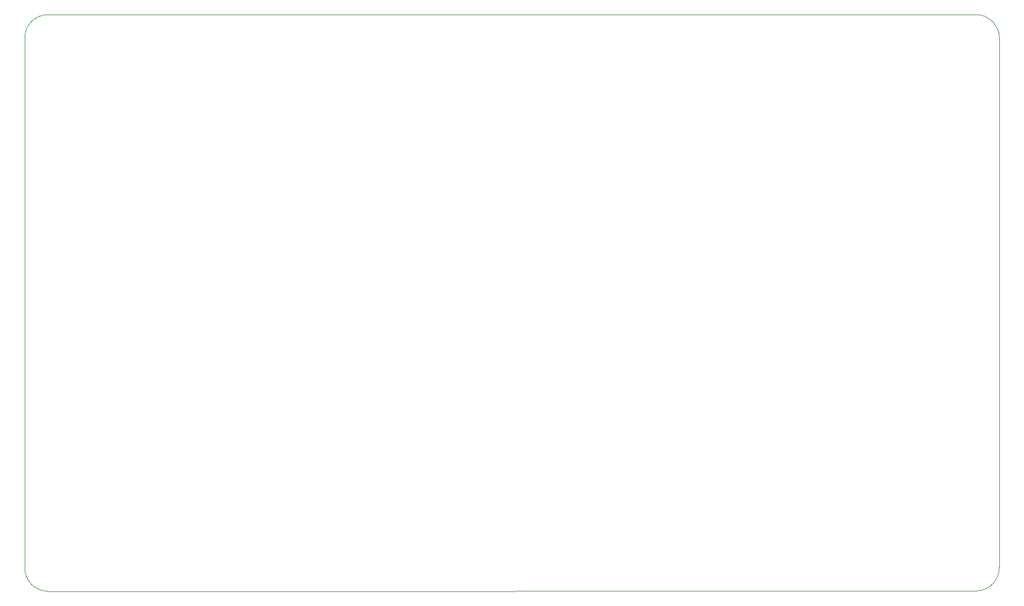
<source format=gbr>
%TF.GenerationSoftware,KiCad,Pcbnew,7.0.4-40-g0180cb380f*%
%TF.CreationDate,2023-06-12T22:45:27+02:00*%
%TF.ProjectId,New Business Card,4e657720-4275-4736-996e-657373204361,rev?*%
%TF.SameCoordinates,Original*%
%TF.FileFunction,Profile,NP*%
%FSLAX46Y46*%
G04 Gerber Fmt 4.6, Leading zero omitted, Abs format (unit mm)*
G04 Created by KiCad (PCBNEW 7.0.4-40-g0180cb380f) date 2023-06-12 22:45:27*
%MOMM*%
%LPD*%
G01*
G04 APERTURE LIST*
%TA.AperFunction,Profile*%
%ADD10C,0.100000*%
%TD*%
G04 APERTURE END LIST*
D10*
X76500000Y-120000000D02*
G75*
G03*
X80000000Y-123500000I3500000J0D01*
G01*
X223499608Y-39887109D02*
X223449654Y-119888721D01*
X220100000Y-123449999D02*
G75*
G03*
X223449654Y-119888721I-100000J3449999D01*
G01*
X220100000Y-123450000D02*
X80000000Y-123500000D01*
X80000000Y-36500000D02*
X220100000Y-36500000D01*
X80000000Y-36500000D02*
G75*
G03*
X76500000Y-40000000I0J-3500000D01*
G01*
X76500000Y-120000000D02*
X76500000Y-40000000D01*
X223499608Y-39887109D02*
G75*
G03*
X220100000Y-36500000I-3499608J-112891D01*
G01*
M02*

</source>
